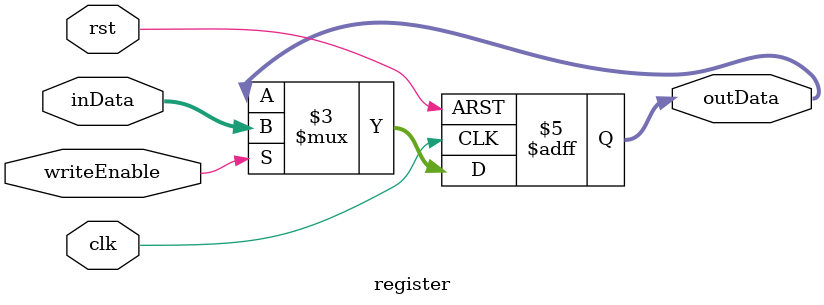
<source format=sv>
`timescale 1ns / 1ps


module register #(parameter BIT_WIDTH=8) 
    (input writeEnable,
     input clk,
     input rst,
     input [BIT_WIDTH-1:0] inData,
     output logic [BIT_WIDTH-1:0] outData);

    initial begin
        outData <= {BIT_WIDTH{1'b0}};
    end

    always @(posedge(clk), posedge(rst)) begin
        if (rst) begin
            outData <= {BIT_WIDTH{1'b0}};
        end else if (writeEnable) begin
            outData <= inData;
            $display("%m: Writing %h", inData);
        end
    end
endmodule


</source>
